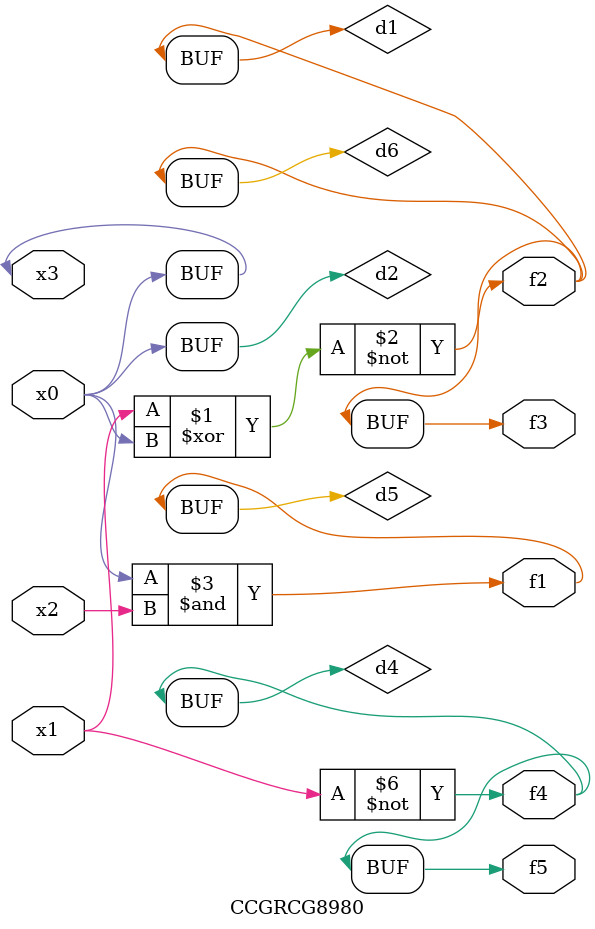
<source format=v>
module CCGRCG8980(
	input x0, x1, x2, x3,
	output f1, f2, f3, f4, f5
);

	wire d1, d2, d3, d4, d5, d6;

	xnor (d1, x1, x3);
	buf (d2, x0, x3);
	nand (d3, x0, x2);
	not (d4, x1);
	nand (d5, d3);
	or (d6, d1);
	assign f1 = d5;
	assign f2 = d6;
	assign f3 = d6;
	assign f4 = d4;
	assign f5 = d4;
endmodule

</source>
